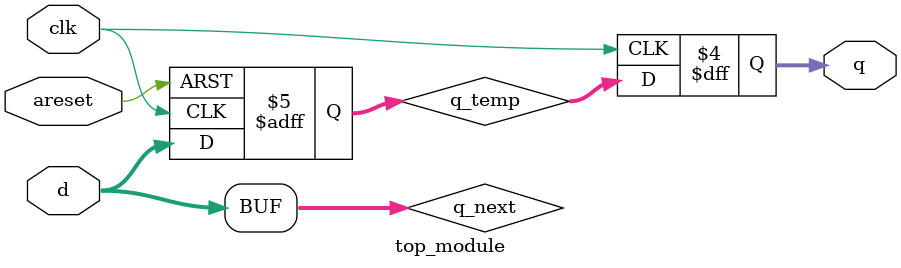
<source format=sv>
module top_module(
    input clk,
    input [7:0] d,
    input areset,
    output reg [7:0] q
);
    
    // Declare individual D flip-flop instances
    reg [7:0] q_temp;
    reg [7:0] q_next;
    
    always @(posedge clk or posedge areset)
    begin
        if (areset)
            q_temp <= 8'b0;
        else
            q_temp <= q_next;
    end
    
    always @*
    begin
        q_next = d;
    end
    
    always @(posedge clk)
    begin
        q <= q_temp;
    end
    
endmodule

</source>
